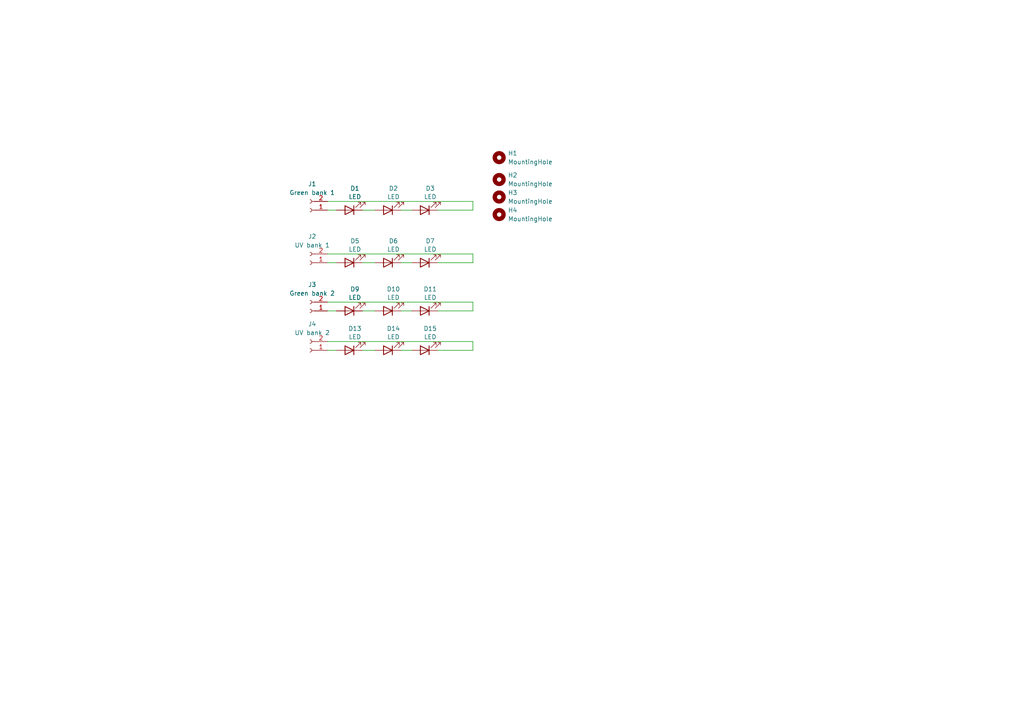
<source format=kicad_sch>
(kicad_sch (version 20231120) (generator "eeschema") (generator_version "8.0")
  (paper "A4")
  (lib_symbols
    (symbol "Connector:Conn_01x02_Socket" (pin_names (offset 1.016) hide)
      (property "Reference" "J" (at 0 2.54 0))
      (property "Value" "Conn_01x02_Socket" (at 0 -5.08 0))
      (symbol "Conn_01x02_Socket_1_1"
        (arc (start 0 -2.032) (mid -0.5058 -2.54) (end 0 -3.048) (stroke (width 0.1524)))
        (polyline (pts (xy -1.27 -2.54) (xy -0.508 -2.54)) (stroke (width 0.1524)))
        (polyline (pts (xy -1.27 0) (xy -0.508 0)) (stroke (width 0.1524)))
        (arc (start 0 0.508) (mid -0.5058 0) (end 0 -0.508) (stroke (width 0.1524)))
        (pin passive line (at -5.08 0 0) (length 3.81) (name "Pin_1") (number "1"))
        (pin passive line (at -5.08 -2.54 0) (length 3.81) (name "Pin_2") (number "2"))
      )
    )
    (symbol "Device:LED" (pin_numbers hide) (pin_names (offset 1.016) hide)
      (property "Reference" "D" (at 0 2.54 0))
      (property "Value" "LED" (at 0 -2.54 0))
      (symbol "LED_0_1"
        (polyline (pts (xy -1.27 -1.27) (xy -1.27 1.27)) (stroke (width 0.254)))
        (polyline (pts (xy -1.27 0) (xy 1.27 0)))
        (polyline (pts (xy 1.27 -1.27) (xy 1.27 1.27) (xy -1.27 0) (xy 1.27 -1.27)) (stroke (width 0.254)))
        (polyline (pts (xy -3.048 -0.762) (xy -4.572 -2.286) (xy -3.81 -2.286) (xy -4.572 -2.286) (xy -4.572 -1.524)))
        (polyline (pts (xy -1.778 -0.762) (xy -3.302 -2.286) (xy -2.54 -2.286) (xy -3.302 -2.286) (xy -3.302 -1.524)))
      )
      (symbol "LED_1_1"
        (pin passive line (at -3.81 0 0) (length 2.54) (name "K") (number "1"))
        (pin passive line (at 3.81 0 180) (length 2.54) (name "A") (number "2"))
      )
    )
    (symbol "Mechanical:MountingHole" (pin_names (offset 1.016))
      (property "Reference" "H" (at 0 5.08 0))
      (property "Value" "MountingHole" (at 0 3.175 0))
      (symbol "MountingHole_0_1"
        (circle (center 0 0) (radius 1.27) (stroke (width 1.27)))
      )
    )
  )
  (wire (pts (xy 94.996 73.66) (xy 137.16 73.66)))
  (wire (pts (xy 94.996 101.6) (xy 97.536 101.6)))
  (wire (pts (xy 97.536 76.2) (xy 94.996 76.2)))
  (wire (pts (xy 137.16 58.42) (xy 137.16 60.96)))
  (wire (pts (xy 105.156 76.2) (xy 108.712 76.2)))
  (wire (pts (xy 94.996 90.17) (xy 97.536 90.17)))
  (wire (pts (xy 105.156 90.17) (xy 108.712 90.17)))
  (wire (pts (xy 116.332 76.2) (xy 119.38 76.2)))
  (wire (pts (xy 116.332 60.96) (xy 119.38 60.96)))
  (wire (pts (xy 137.16 99.06) (xy 137.16 101.6)))
  (wire (pts (xy 127 76.2) (xy 137.16 76.2)))
  (wire (pts (xy 94.996 99.06) (xy 137.16 99.06)))
  (wire (pts (xy 94.996 87.63) (xy 137.16 87.63)))
  (wire (pts (xy 127 90.17) (xy 137.16 90.17)))
  (wire (pts (xy 105.156 60.96) (xy 108.712 60.96)))
  (wire (pts (xy 116.332 90.17) (xy 119.38 90.17)))
  (wire (pts (xy 94.996 58.42) (xy 137.16 58.42)))
  (wire (pts (xy 116.332 101.6) (xy 119.38 101.6)))
  (wire (pts (xy 105.156 101.6) (xy 108.712 101.6)))
  (wire (pts (xy 137.16 87.63) (xy 137.16 90.17)))
  (wire (pts (xy 137.16 73.66) (xy 137.16 76.2)))
  (wire (pts (xy 94.996 60.96) (xy 97.536 60.96)))
  (wire (pts (xy 127 60.96) (xy 137.16 60.96)))
  (wire (pts (xy 127 101.6) (xy 137.16 101.6)))
  (symbol (lib_id "Device:LED") (at 101.346 101.6 180) (unit 1)
    (property "Reference" "D13" (at 102.9335 95.2967 0))
    (property "Value" "LED" (at 102.9335 97.7209 0))
    (property "Footprint" "LED_SMD:LED_Cree-XP" (effects (hide yes)))
  )
  (symbol (lib_id "Device:LED") (at 112.522 60.96 180) (unit 1)
    (property "Reference" "D2" (at 114.1095 54.6567 0))
    (property "Value" "LED" (at 114.1095 57.0809 0))
    (property "Footprint" "LED_SMD:LED_PLCC-2_3.4x3.0mm_KA" (effects (hide yes)))
  )
  (symbol (lib_id "Device:LED") (at 101.346 90.17 180) (unit 1)
    (property "Reference" "D9" (at 102.9335 83.8667 0))
    (property "Value" "LED" (at 102.9335 86.2909 0))
    (property "Footprint" "LED_SMD:LED_PLCC-2_3.4x3.0mm_KA" (effects (hide yes)))
  )
  (symbol (lib_id "Mechanical:MountingHole") (at 144.78 57.15 0) (unit 1)
    (property "Reference" "H3" (at 147.32 55.88 0) (effects (justify left)))
    (property "Value" "MountingHole" (at 147.32 58.42 0) (effects (justify left)))
    (property "Footprint" "MountingHole:MountingHole_3.2mm_M3" (effects (hide yes)))
  )
  (symbol (lib_id "Device:LED") (at 101.346 76.2 180) (unit 1)
    (property "Reference" "D5" (at 102.9335 69.8967 0))
    (property "Value" "LED" (at 102.9335 72.3209 0))
    (property "Footprint" "LED_SMD:LED_Cree-XP" (effects (hide yes)))
  )
  (symbol (lib_id "Mechanical:MountingHole") (at 144.78 62.23 0) (unit 1)
    (property "Reference" "H4" (at 147.32 60.96 0) (effects (justify left)))
    (property "Value" "MountingHole" (at 147.32 63.5 0) (effects (justify left)))
    (property "Footprint" "MountingHole:MountingHole_3.2mm_M3" (effects (hide yes)))
  )
  (symbol (lib_id "Device:LED") (at 123.19 76.2 180) (unit 1)
    (property "Reference" "D7" (at 124.7775 69.8967 0))
    (property "Value" "LED" (at 124.7775 72.3209 0))
    (property "Footprint" "LED_SMD:LED_Cree-XP" (effects (hide yes)))
  )
  (symbol (lib_id "Connector:Conn_01x02_Socket") (at 89.916 76.2 180) (unit 1)
    (property "Reference" "J2" (at 90.551 68.58 0))
    (property "Value" "UV bank 1" (at 90.551 71.12 0))
    (property "Footprint" "Connector_PinSocket_2.54mm:PinSocket_1x02_P2.54mm_Horizontal" (effects (hide yes)))
  )
  (symbol (lib_id "Device:LED") (at 123.19 101.6 180) (unit 1)
    (property "Reference" "D15" (at 124.7775 95.2967 0))
    (property "Value" "LED" (at 124.7775 97.7209 0))
    (property "Footprint" "LED_SMD:LED_Cree-XP" (effects (hide yes)))
  )
  (symbol (lib_id "Device:LED") (at 112.522 90.17 180) (unit 1)
    (property "Reference" "D10" (at 114.1095 83.8667 0))
    (property "Value" "LED" (at 114.1095 86.2909 0))
    (property "Footprint" "LED_SMD:LED_PLCC-2_3.4x3.0mm_KA" (effects (hide yes)))
  )
  (symbol (lib_id "Device:LED") (at 123.19 90.17 180) (unit 1)
    (property "Reference" "D11" (at 124.7775 83.8667 0))
    (property "Value" "LED" (at 124.7775 86.2909 0))
    (property "Footprint" "LED_SMD:LED_PLCC-2_3.4x3.0mm_KA" (effects (hide yes)))
  )
  (symbol (lib_id "Mechanical:MountingHole") (at 144.78 52.07 0) (unit 1)
    (property "Reference" "H2" (at 147.32 50.8 0) (effects (justify left)))
    (property "Value" "MountingHole" (at 147.32 53.34 0) (effects (justify left)))
    (property "Footprint" "MountingHole:MountingHole_3.2mm_M3" (effects (hide yes)))
  )
  (symbol (lib_id "Connector:Conn_01x02_Socket") (at 89.916 60.96 180) (unit 1)
    (property "Reference" "J1" (at 90.551 53.34 0))
    (property "Value" "Green bank 1" (at 90.551 55.88 0))
    (property "Footprint" "Connector_PinSocket_2.54mm:PinSocket_1x02_P2.54mm_Horizontal" (effects (hide yes)))
  )
  (symbol (lib_id "Mechanical:MountingHole") (at 144.78 45.72 0) (unit 1)
    (property "Reference" "H1" (at 147.32 44.45 0) (effects (justify left)))
    (property "Value" "MountingHole" (at 147.32 46.99 0) (effects (justify left)))
    (property "Footprint" "MountingHole:MountingHole_3.2mm_M3" (effects (hide yes)))
  )
  (symbol (lib_id "Device:LED") (at 112.522 76.2 180) (unit 1)
    (property "Reference" "D6" (at 114.1095 69.8967 0))
    (property "Value" "LED" (at 114.1095 72.3209 0))
    (property "Footprint" "LED_SMD:LED_Cree-XP" (effects (hide yes)))
  )
  (symbol (lib_id "Device:LED") (at 123.19 60.96 180) (unit 1)
    (property "Reference" "D3" (at 124.7775 54.6567 0))
    (property "Value" "LED" (at 124.7775 57.0809 0))
    (property "Footprint" "LED_SMD:LED_PLCC-2_3.4x3.0mm_KA" (effects (hide yes)))
  )
  (symbol (lib_id "Device:LED") (at 101.346 60.96 180) (unit 1)
    (property "Reference" "D1" (at 102.9335 54.6567 0))
    (property "Value" "LED" (at 102.9335 57.0809 0))
    (property "Footprint" "LED_SMD:LED_PLCC-2_3.4x3.0mm_KA" (effects (hide yes)))
  )
  (symbol (lib_id "Connector:Conn_01x02_Socket") (at 89.916 101.6 180) (unit 1)
    (property "Reference" "J4" (at 90.551 93.98 0))
    (property "Value" "UV bank 2" (at 90.551 96.52 0))
    (property "Footprint" "Connector_PinSocket_2.54mm:PinSocket_1x02_P2.54mm_Horizontal" (effects (hide yes)))
  )
  (symbol (lib_id "Connector:Conn_01x02_Socket") (at 89.916 90.17 180) (unit 1)
    (property "Reference" "J3" (at 90.551 82.55 0))
    (property "Value" "Green bank 2" (at 90.551 85.09 0))
    (property "Footprint" "Connector_PinSocket_2.54mm:PinSocket_1x02_P2.54mm_Horizontal" (effects (hide yes)))
  )
  (symbol (lib_id "Device:LED") (at 112.522 101.6 180) (unit 1)
    (property "Reference" "D14" (at 114.1095 95.2967 0))
    (property "Value" "LED" (at 114.1095 97.7209 0))
    (property "Footprint" "LED_SMD:LED_Cree-XP" (effects (hide yes)))
  )
)
</source>
